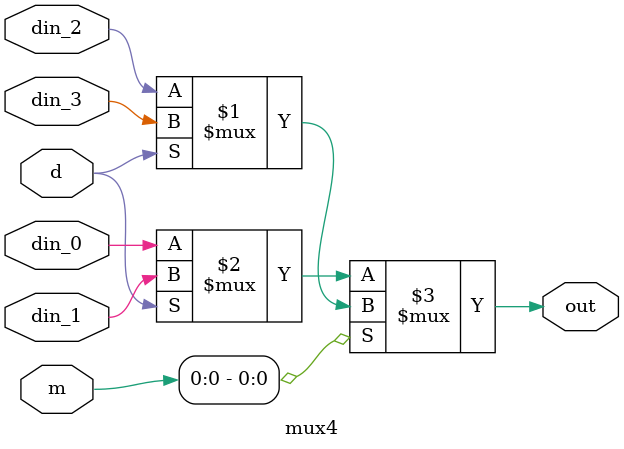
<source format=v>
module  mux4(din_0, din_1, din_2, din_3, d, m, out);

    input din_0, din_1, din_2, din_3, d;
    input [1:0] m;
    output wire out;

    assign out = (m[0]) ? (d) ? din_3 : din_2 : (d) ? din_1 : din_0;

endmodule

</source>
